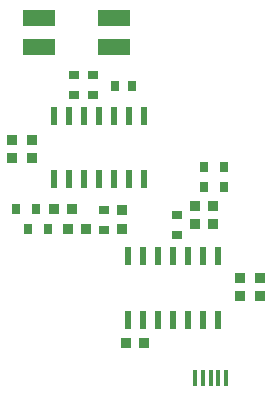
<source format=gtp>
G04*
G04 #@! TF.GenerationSoftware,Altium Limited,Altium Designer,21.2.2 (38)*
G04*
G04 Layer_Color=8421504*
%FSLAX25Y25*%
%MOIN*%
G70*
G04*
G04 #@! TF.SameCoordinates,88AEB5F1-5359-4116-BBE0-5A4BCC55C554*
G04*
G04*
G04 #@! TF.FilePolarity,Positive*
G04*
G01*
G75*
%ADD16R,0.03740X0.03543*%
%ADD17R,0.02756X0.03347*%
%ADD18R,0.10646X0.05719*%
%ADD19R,0.03347X0.02756*%
%ADD20R,0.02362X0.06102*%
%ADD21R,0.02559X0.03543*%
%ADD22R,0.03543X0.03740*%
%ADD23R,0.03740X0.03740*%
%ADD24R,0.03740X0.03740*%
%ADD25R,0.01575X0.05315*%
D16*
X78000Y73500D02*
D03*
Y67398D02*
D03*
X72000Y73602D02*
D03*
Y67500D02*
D03*
X47500Y72051D02*
D03*
Y65949D02*
D03*
D17*
X12154Y72500D02*
D03*
X18846D02*
D03*
X81693Y86500D02*
D03*
X75000D02*
D03*
X16307Y66000D02*
D03*
X23000D02*
D03*
X81693Y80000D02*
D03*
X75000D02*
D03*
D18*
X45000Y126500D02*
D03*
Y136148D02*
D03*
X20000Y126500D02*
D03*
Y136148D02*
D03*
D19*
X38000Y110500D02*
D03*
Y117193D02*
D03*
X31500Y110500D02*
D03*
Y117193D02*
D03*
X66000Y70693D02*
D03*
Y64000D02*
D03*
X41500Y65500D02*
D03*
Y72193D02*
D03*
D20*
X25000Y103630D02*
D03*
X30000D02*
D03*
X35000D02*
D03*
X40000D02*
D03*
X45000D02*
D03*
X50000D02*
D03*
X55000D02*
D03*
Y82370D02*
D03*
X50000D02*
D03*
X45000D02*
D03*
X40000D02*
D03*
X35000D02*
D03*
X30000D02*
D03*
X25000D02*
D03*
X79500Y35500D02*
D03*
X74500D02*
D03*
X69500D02*
D03*
X64500D02*
D03*
X59500D02*
D03*
X54500D02*
D03*
X49500D02*
D03*
Y56760D02*
D03*
X54500D02*
D03*
X59500D02*
D03*
X64500D02*
D03*
X69500D02*
D03*
X74500D02*
D03*
X79500D02*
D03*
D21*
X50854Y113500D02*
D03*
X45146D02*
D03*
D22*
X24949Y72500D02*
D03*
X31051D02*
D03*
X29500Y66000D02*
D03*
X35602D02*
D03*
D23*
X11000Y95453D02*
D03*
Y89547D02*
D03*
X17500Y95453D02*
D03*
Y89547D02*
D03*
X93500Y43547D02*
D03*
Y49453D02*
D03*
X87000Y43547D02*
D03*
Y49453D02*
D03*
D24*
X49047Y28000D02*
D03*
X54953D02*
D03*
D25*
X82318Y16326D02*
D03*
X79759D02*
D03*
X77200D02*
D03*
X74641D02*
D03*
X72082D02*
D03*
M02*

</source>
